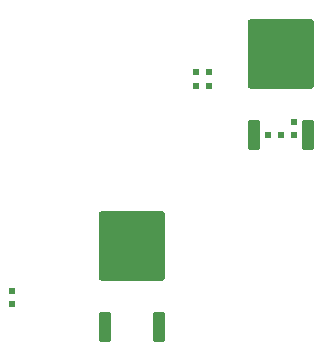
<source format=gbr>
%TF.GenerationSoftware,Altium Limited,Altium Designer,20.0.13 (296)*%
G04 Layer_Color=128*
%FSLAX24Y24*%
%MOIN*%
%TF.FileFunction,Paste,Bot*%
%TF.Part,Single*%
G01*
G75*
%TA.AperFunction,SMDPad,CuDef*%
G04:AMPARAMS|DCode=10|XSize=37.4mil|YSize=102mil|CornerRadius=4.7mil|HoleSize=0mil|Usage=FLASHONLY|Rotation=180.000|XOffset=0mil|YOffset=0mil|HoleType=Round|Shape=RoundedRectangle|*
%AMROUNDEDRECTD10*
21,1,0.0374,0.0926,0,0,180.0*
21,1,0.0281,0.1020,0,0,180.0*
1,1,0.0094,-0.0140,0.0463*
1,1,0.0094,0.0140,0.0463*
1,1,0.0094,0.0140,-0.0463*
1,1,0.0094,-0.0140,-0.0463*
%
%ADD10ROUNDEDRECTD10*%
G04:AMPARAMS|DCode=11|XSize=221.7mil|YSize=233.9mil|CornerRadius=11.1mil|HoleSize=0mil|Usage=FLASHONLY|Rotation=180.000|XOffset=0mil|YOffset=0mil|HoleType=Round|Shape=RoundedRectangle|*
%AMROUNDEDRECTD11*
21,1,0.2217,0.2117,0,0,180.0*
21,1,0.1995,0.2339,0,0,180.0*
1,1,0.0222,-0.0997,0.1058*
1,1,0.0222,0.0997,0.1058*
1,1,0.0222,0.0997,-0.1058*
1,1,0.0222,-0.0997,-0.1058*
%
%ADD11ROUNDEDRECTD11*%
%ADD12R,0.0236X0.0236*%
%ADD13R,0.0236X0.0236*%
D10*
X39617Y18780D02*
D03*
X41417D02*
D03*
X34651Y12382D02*
D03*
X36451D02*
D03*
D11*
X40517Y21476D02*
D03*
X35551Y15079D02*
D03*
D12*
X40945Y18780D02*
D03*
Y19213D02*
D03*
X31535Y13130D02*
D03*
Y13563D02*
D03*
D13*
X38130Y20394D02*
D03*
X37697D02*
D03*
X38130Y20866D02*
D03*
X37697D02*
D03*
X40512Y18780D02*
D03*
X40079D02*
D03*
%TF.MD5,8a3f214bdd6ce6288597548a740bb668*%
M02*

</source>
